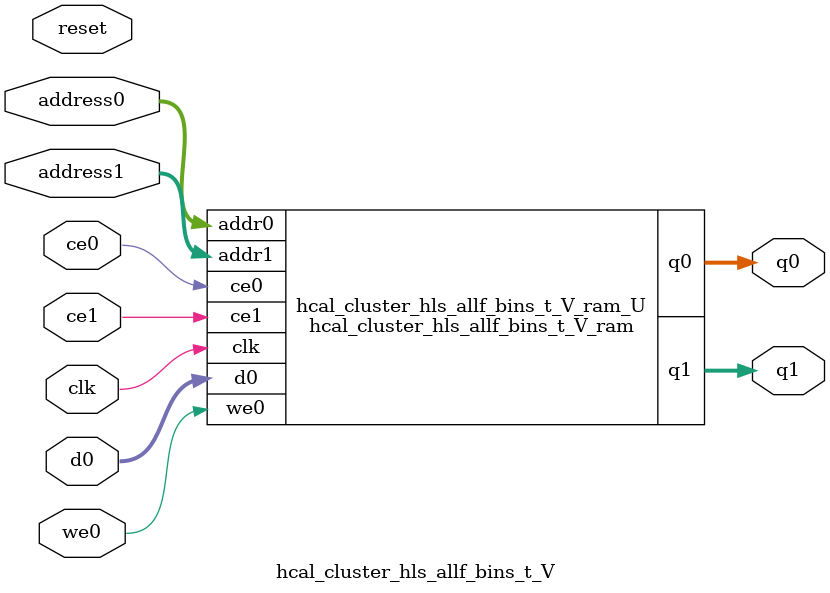
<source format=v>
`timescale 1 ns / 1 ps
module hcal_cluster_hls_allf_bins_t_V_ram (addr0, ce0, d0, we0, q0, addr1, ce1, q1,  clk);

parameter DWIDTH = 3;
parameter AWIDTH = 7;
parameter MEM_SIZE = 128;

input[AWIDTH-1:0] addr0;
input ce0;
input[DWIDTH-1:0] d0;
input we0;
output reg[DWIDTH-1:0] q0;
input[AWIDTH-1:0] addr1;
input ce1;
output reg[DWIDTH-1:0] q1;
input clk;

reg [DWIDTH-1:0] ram[0:MEM_SIZE-1];




always @(posedge clk)  
begin 
    if (ce0) begin
        if (we0) 
            ram[addr0] <= d0; 
        q0 <= ram[addr0];
    end
end


always @(posedge clk)  
begin 
    if (ce1) begin
        q1 <= ram[addr1];
    end
end


endmodule

`timescale 1 ns / 1 ps
module hcal_cluster_hls_allf_bins_t_V(
    reset,
    clk,
    address0,
    ce0,
    we0,
    d0,
    q0,
    address1,
    ce1,
    q1);

parameter DataWidth = 32'd3;
parameter AddressRange = 32'd128;
parameter AddressWidth = 32'd7;
input reset;
input clk;
input[AddressWidth - 1:0] address0;
input ce0;
input we0;
input[DataWidth - 1:0] d0;
output[DataWidth - 1:0] q0;
input[AddressWidth - 1:0] address1;
input ce1;
output[DataWidth - 1:0] q1;



hcal_cluster_hls_allf_bins_t_V_ram hcal_cluster_hls_allf_bins_t_V_ram_U(
    .clk( clk ),
    .addr0( address0 ),
    .ce0( ce0 ),
    .we0( we0 ),
    .d0( d0 ),
    .q0( q0 ),
    .addr1( address1 ),
    .ce1( ce1 ),
    .q1( q1 ));

endmodule


</source>
